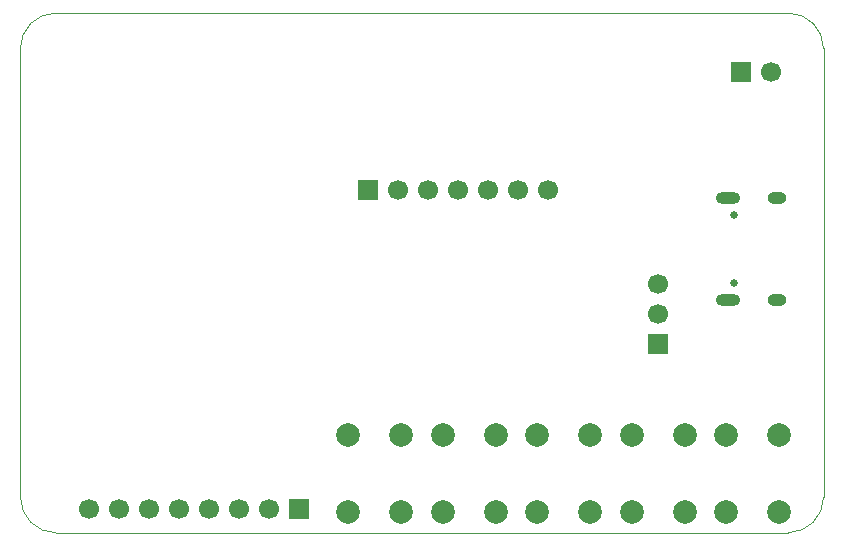
<source format=gbs>
%TF.GenerationSoftware,KiCad,Pcbnew,9.0.1*%
%TF.CreationDate,2025-07-09T23:34:26+08:00*%
%TF.ProjectId,IMU,494d552e-6b69-4636-9164-5f7063625858,rev?*%
%TF.SameCoordinates,Original*%
%TF.FileFunction,Soldermask,Bot*%
%TF.FilePolarity,Negative*%
%FSLAX45Y45*%
G04 Gerber Fmt 4.5, Leading zero omitted, Abs format (unit mm)*
G04 Created by KiCad (PCBNEW 9.0.1) date 2025-07-09 23:34:26*
%MOMM*%
%LPD*%
G01*
G04 APERTURE LIST*
%ADD10C,2.000000*%
%ADD11R,1.700000X1.700000*%
%ADD12C,1.700000*%
%ADD13C,0.650000*%
%ADD14O,2.100000X1.000000*%
%ADD15O,1.600000X1.000000*%
%TA.AperFunction,Profile*%
%ADD16C,0.050000*%
%TD*%
G04 APERTURE END LIST*
D10*
%TO.C,SW3*%
X16875000Y-15425000D03*
X16875000Y-14775000D03*
X17325000Y-15425000D03*
X17325000Y-14775000D03*
%TD*%
D11*
%TO.C,J3*%
X14640000Y-12697500D03*
D12*
X14894000Y-12697500D03*
X15148000Y-12697500D03*
X15402000Y-12697500D03*
X15656000Y-12697500D03*
X15910000Y-12697500D03*
X16164000Y-12697500D03*
%TD*%
D13*
%TO.C,J1*%
X17739500Y-13489000D03*
X17739500Y-12911000D03*
D14*
X17689500Y-13632000D03*
D15*
X18107500Y-13632000D03*
D14*
X17689500Y-12768000D03*
D15*
X18107500Y-12768000D03*
%TD*%
D10*
%TO.C,SW4*%
X17675000Y-15425000D03*
X17675000Y-14775000D03*
X18125000Y-15425000D03*
X18125000Y-14775000D03*
%TD*%
D11*
%TO.C,SW1*%
X17100000Y-14000000D03*
D12*
X17100000Y-13746000D03*
X17100000Y-13492000D03*
%TD*%
D10*
%TO.C,SW6*%
X14475000Y-15425000D03*
X14475000Y-14775000D03*
X14925000Y-15425000D03*
X14925000Y-14775000D03*
%TD*%
D11*
%TO.C,J2*%
X14062000Y-15400000D03*
D12*
X13808000Y-15400000D03*
X13554000Y-15400000D03*
X13300000Y-15400000D03*
X13046000Y-15400000D03*
X12792000Y-15400000D03*
X12538000Y-15400000D03*
X12284000Y-15400000D03*
%TD*%
D10*
%TO.C,SW2*%
X16075000Y-15425000D03*
X16075000Y-14775000D03*
X16525000Y-15425000D03*
X16525000Y-14775000D03*
%TD*%
%TO.C,SW5*%
X15275000Y-15425000D03*
X15275000Y-14775000D03*
X15725000Y-15425000D03*
X15725000Y-14775000D03*
%TD*%
D11*
%TO.C,J4*%
X17800000Y-11700000D03*
D12*
X18054000Y-11700000D03*
%TD*%
D16*
X12000000Y-15600000D02*
G75*
G02*
X11700000Y-15300000I0J300000D01*
G01*
X18200000Y-15600000D02*
X12000000Y-15600000D01*
X18200000Y-11200000D02*
G75*
G02*
X18500000Y-11500000I0J-300000D01*
G01*
X18500000Y-15300000D02*
G75*
G02*
X18200000Y-15600000I-300000J0D01*
G01*
X11700000Y-15300000D02*
X11700000Y-11500000D01*
X12000000Y-11200000D02*
X18200000Y-11200000D01*
X11700000Y-11500000D02*
G75*
G02*
X12000000Y-11200000I300000J0D01*
G01*
X18500000Y-11500000D02*
X18500000Y-15300000D01*
M02*

</source>
